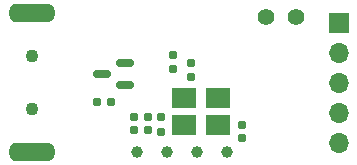
<source format=gbr>
%TF.GenerationSoftware,KiCad,Pcbnew,7.0.9*%
%TF.CreationDate,2024-09-12T17:06:43+08:00*%
%TF.ProjectId,FlyingStone-clone-01,466c7969-6e67-4537-946f-6e652d636c6f,rev?*%
%TF.SameCoordinates,Original*%
%TF.FileFunction,Soldermask,Bot*%
%TF.FilePolarity,Negative*%
%FSLAX46Y46*%
G04 Gerber Fmt 4.6, Leading zero omitted, Abs format (unit mm)*
G04 Created by KiCad (PCBNEW 7.0.9) date 2024-09-12 17:06:43*
%MOMM*%
%LPD*%
G01*
G04 APERTURE LIST*
G04 Aperture macros list*
%AMRoundRect*
0 Rectangle with rounded corners*
0 $1 Rounding radius*
0 $2 $3 $4 $5 $6 $7 $8 $9 X,Y pos of 4 corners*
0 Add a 4 corners polygon primitive as box body*
4,1,4,$2,$3,$4,$5,$6,$7,$8,$9,$2,$3,0*
0 Add four circle primitives for the rounded corners*
1,1,$1+$1,$2,$3*
1,1,$1+$1,$4,$5*
1,1,$1+$1,$6,$7*
1,1,$1+$1,$8,$9*
0 Add four rect primitives between the rounded corners*
20,1,$1+$1,$2,$3,$4,$5,0*
20,1,$1+$1,$4,$5,$6,$7,0*
20,1,$1+$1,$6,$7,$8,$9,0*
20,1,$1+$1,$8,$9,$2,$3,0*%
G04 Aperture macros list end*
%ADD10C,1.100000*%
%ADD11O,4.000000X1.600000*%
%ADD12R,1.700000X1.700000*%
%ADD13O,1.700000X1.700000*%
%ADD14C,1.400000*%
%ADD15RoundRect,0.150000X0.587500X0.150000X-0.587500X0.150000X-0.587500X-0.150000X0.587500X-0.150000X0*%
%ADD16RoundRect,0.155000X0.155000X-0.212500X0.155000X0.212500X-0.155000X0.212500X-0.155000X-0.212500X0*%
%ADD17C,1.000000*%
%ADD18RoundRect,0.160000X0.160000X-0.197500X0.160000X0.197500X-0.160000X0.197500X-0.160000X-0.197500X0*%
%ADD19RoundRect,0.160000X-0.160000X0.197500X-0.160000X-0.197500X0.160000X-0.197500X0.160000X0.197500X0*%
%ADD20R,2.100000X1.800000*%
%ADD21RoundRect,0.155000X-0.155000X0.212500X-0.155000X-0.212500X0.155000X-0.212500X0.155000X0.212500X0*%
%ADD22RoundRect,0.160000X0.197500X0.160000X-0.197500X0.160000X-0.197500X-0.160000X0.197500X-0.160000X0*%
%ADD23RoundRect,0.160000X-0.197500X-0.160000X0.197500X-0.160000X0.197500X0.160000X-0.197500X0.160000X0*%
G04 APERTURE END LIST*
D10*
%TO.C,J1*%
X102600000Y-109000000D03*
X102600000Y-104500000D03*
D11*
X102600000Y-112600000D03*
X102600000Y-100900000D03*
%TD*%
D12*
%TO.C,J2*%
X128580000Y-101670000D03*
D13*
X128580000Y-104210000D03*
X128580000Y-106750000D03*
X128580000Y-109290000D03*
X128580000Y-111830000D03*
%TD*%
D14*
%TO.C,SW1*%
X124970000Y-101240000D03*
X122430000Y-101240000D03*
%TD*%
D15*
%TO.C,Q1*%
X110430000Y-105080000D03*
X110430000Y-106980000D03*
X108555000Y-106030000D03*
%TD*%
D16*
%TO.C,C8*%
X116030000Y-106270000D03*
X116030000Y-105135000D03*
%TD*%
D17*
%TO.C,TP2*%
X113990000Y-112660000D03*
%TD*%
D18*
%TO.C,R4*%
X113530000Y-110903750D03*
X113530000Y-109708750D03*
%TD*%
D17*
%TO.C,TP3*%
X116530000Y-112660000D03*
%TD*%
%TO.C,TP1*%
X111450000Y-112660000D03*
%TD*%
D19*
%TO.C,R11*%
X114530000Y-104450000D03*
X114530000Y-105645000D03*
%TD*%
D20*
%TO.C,Y1*%
X118360000Y-110370000D03*
X115460000Y-110370000D03*
X115460000Y-108070000D03*
X118360000Y-108070000D03*
%TD*%
D21*
%TO.C,C7*%
X120380000Y-110342500D03*
X120380000Y-111477500D03*
%TD*%
D22*
%TO.C,R1*%
X109307500Y-108380000D03*
X108112500Y-108380000D03*
%TD*%
%TO.C,R2*%
X112425000Y-109700000D03*
X111230000Y-109700000D03*
%TD*%
D17*
%TO.C,TP4*%
X119070000Y-112660000D03*
%TD*%
D23*
%TO.C,R3*%
X111235000Y-110740000D03*
X112430000Y-110740000D03*
%TD*%
M02*

</source>
